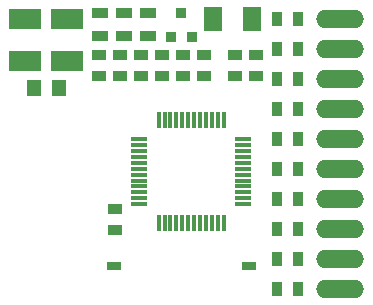
<source format=gtp>
G04 (created by PCBNEW-RS274X (2011-12-28 BZR 3254)-stable) date 17/03/2012 11:59:50*
G01*
G70*
G90*
%MOIN*%
G04 Gerber Fmt 3.4, Leading zero omitted, Abs format*
%FSLAX34Y34*%
G04 APERTURE LIST*
%ADD10C,0.006000*%
%ADD11O,0.160000X0.060000*%
%ADD12R,0.060000X0.080000*%
%ADD13R,0.045000X0.035000*%
%ADD14R,0.036000X0.036000*%
%ADD15R,0.055000X0.035000*%
%ADD16R,0.035000X0.045000*%
%ADD17R,0.045000X0.055000*%
%ADD18R,0.110000X0.070000*%
%ADD19R,0.057200X0.011800*%
%ADD20R,0.011800X0.057200*%
%ADD21R,0.045000X0.025000*%
G04 APERTURE END LIST*
G54D10*
G54D11*
X49600Y-45500D03*
X49600Y-46500D03*
X49600Y-47500D03*
X49600Y-48500D03*
X49600Y-49500D03*
X49600Y-50500D03*
X49600Y-51500D03*
X49600Y-52500D03*
X49600Y-53500D03*
X49600Y-54500D03*
G54D12*
X45350Y-45500D03*
X46650Y-45500D03*
G54D13*
X44350Y-46700D03*
X44350Y-47400D03*
X42950Y-47400D03*
X42950Y-46700D03*
X43650Y-47400D03*
X43650Y-46700D03*
G54D14*
X44650Y-46100D03*
X43950Y-46100D03*
X44300Y-45300D03*
G54D15*
X43200Y-46075D03*
X43200Y-45325D03*
G54D16*
X48200Y-50500D03*
X47500Y-50500D03*
X48200Y-54500D03*
X47500Y-54500D03*
G54D13*
X41550Y-47400D03*
X41550Y-46700D03*
X42250Y-47400D03*
X42250Y-46700D03*
G54D17*
X40225Y-47800D03*
X39375Y-47800D03*
G54D16*
X48200Y-52500D03*
X47500Y-52500D03*
X48200Y-51500D03*
X47500Y-51500D03*
X48200Y-49500D03*
X47500Y-49500D03*
X48200Y-48500D03*
X47500Y-48500D03*
X48200Y-47500D03*
X47500Y-47500D03*
X48200Y-46500D03*
X47500Y-46500D03*
X48200Y-53500D03*
X47500Y-53500D03*
X48200Y-45500D03*
X47500Y-45500D03*
G54D18*
X39100Y-46900D03*
X39100Y-45500D03*
X40500Y-45500D03*
X40500Y-46900D03*
G54D13*
X45050Y-46700D03*
X45050Y-47400D03*
G54D15*
X41600Y-46075D03*
X41600Y-45325D03*
X42400Y-46075D03*
X42400Y-45325D03*
G54D13*
X42100Y-51850D03*
X42100Y-52550D03*
G54D19*
X42902Y-49911D03*
X42902Y-50108D03*
X42902Y-50305D03*
X42902Y-50502D03*
X42902Y-50698D03*
X42902Y-50895D03*
X42902Y-49714D03*
X42902Y-49517D03*
G54D20*
X43542Y-48877D03*
X43739Y-48877D03*
X43936Y-48877D03*
G54D19*
X46348Y-50895D03*
X46348Y-51092D03*
X46348Y-51289D03*
X46348Y-51486D03*
X46348Y-51683D03*
G54D20*
X45708Y-52323D03*
G54D19*
X46348Y-50698D03*
X46348Y-50502D03*
X46348Y-50305D03*
X46348Y-50108D03*
X46348Y-49911D03*
G54D20*
X44527Y-52323D03*
X45117Y-48877D03*
X44723Y-52323D03*
X45314Y-48877D03*
X45511Y-48877D03*
X44920Y-52323D03*
X45117Y-52323D03*
X45708Y-48877D03*
G54D19*
X46348Y-49517D03*
G54D20*
X45314Y-52323D03*
X45511Y-52323D03*
G54D19*
X46348Y-49714D03*
G54D20*
X44920Y-48877D03*
X44330Y-52323D03*
X44133Y-52323D03*
X44723Y-48877D03*
X44527Y-48877D03*
X43936Y-52323D03*
X43739Y-52323D03*
X44330Y-48877D03*
X44133Y-48877D03*
X43542Y-52323D03*
G54D19*
X42902Y-51092D03*
X42902Y-51289D03*
X42902Y-51486D03*
X42902Y-51683D03*
G54D13*
X46100Y-47400D03*
X46100Y-46700D03*
X46800Y-46700D03*
X46800Y-47400D03*
G54D21*
X46550Y-53750D03*
X42050Y-53750D03*
M02*

</source>
